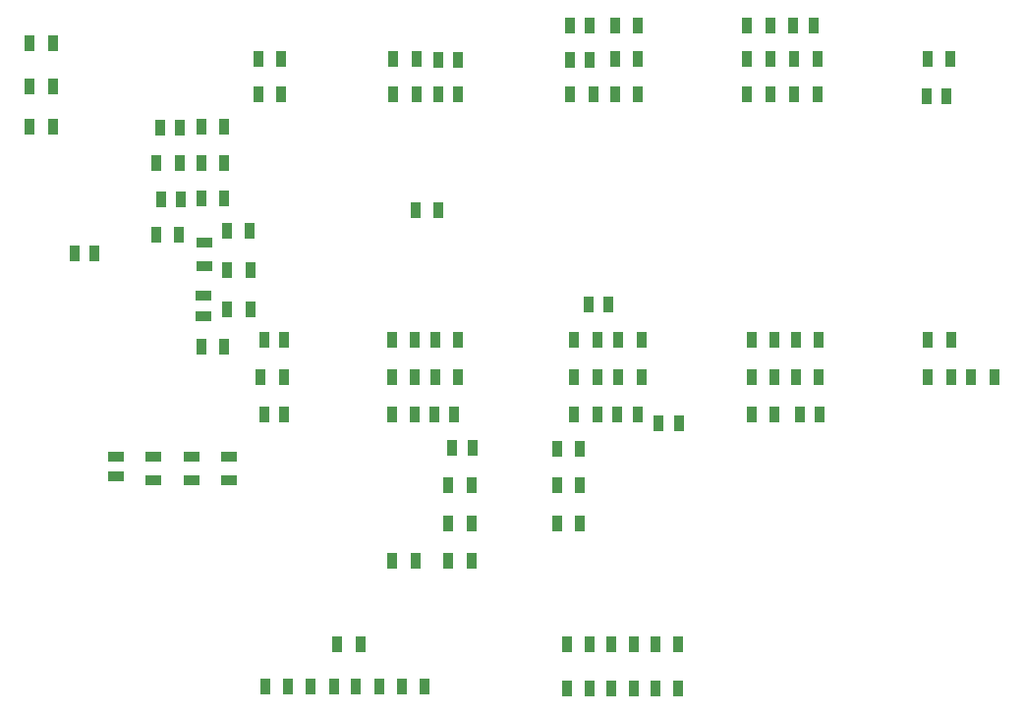
<source format=gbr>
%TF.GenerationSoftware,Altium Limited,Altium Designer,23.3.1 (30)*%
G04 Layer_Color=8421504*
%FSLAX26Y26*%
%MOIN*%
%TF.SameCoordinates,C47A0882-6911-4C93-B89A-A613C280F5D7*%
%TF.FilePolarity,Positive*%
%TF.FileFunction,Paste,Top*%
%TF.Part,Single*%
G01*
G75*
%TA.AperFunction,SMDPad,CuDef*%
%ADD10R,0.037402X0.057087*%
%ADD11R,0.032677X0.054724*%
%ADD12R,0.054724X0.032677*%
%ADD13R,0.057087X0.037402*%
D10*
X3225630Y1294818D02*
D03*
X3304370D02*
D03*
X1485370Y1042818D02*
D03*
X1406630D02*
D03*
X2079370Y261002D02*
D03*
X2000630D02*
D03*
X2300630D02*
D03*
X2379370D02*
D03*
X1221630D02*
D03*
X1300370D02*
D03*
X2300630Y113000D02*
D03*
X2379370D02*
D03*
X2229370Y111998D02*
D03*
X2150630D02*
D03*
X2000630D02*
D03*
X2079370D02*
D03*
X2045370Y926818D02*
D03*
X1966630D02*
D03*
X2104370Y1169000D02*
D03*
X2025630D02*
D03*
X2104370Y1042818D02*
D03*
X2025630D02*
D03*
X2104370Y1294818D02*
D03*
X2025630D02*
D03*
X2253370D02*
D03*
X2174630D02*
D03*
Y1169000D02*
D03*
X2253370D02*
D03*
X1440630Y119998D02*
D03*
X1519370D02*
D03*
X1488370Y545000D02*
D03*
X1409630D02*
D03*
X1599630D02*
D03*
X1678370D02*
D03*
X1599630Y673060D02*
D03*
X1678370D02*
D03*
Y801120D02*
D03*
X1599630D02*
D03*
X1553504Y1169000D02*
D03*
X1632244D02*
D03*
X1406630Y1294818D02*
D03*
X1485370D02*
D03*
X760630Y1272000D02*
D03*
X839370D02*
D03*
X1566370Y1735000D02*
D03*
X1487630D02*
D03*
X2012504Y2129182D02*
D03*
X2091244D02*
D03*
X1411630D02*
D03*
X1490370D02*
D03*
X1411630Y2248000D02*
D03*
X1490370D02*
D03*
X953630D02*
D03*
X1032370D02*
D03*
X953630Y2129182D02*
D03*
X1032370D02*
D03*
X2612630D02*
D03*
X2691370D02*
D03*
X3223504Y2248000D02*
D03*
X3302244D02*
D03*
X2691370D02*
D03*
X2612630D02*
D03*
X2242370Y2129182D02*
D03*
X2163630D02*
D03*
Y2248000D02*
D03*
X2242370D02*
D03*
X2163630Y2364000D02*
D03*
X2242370D02*
D03*
X2612630D02*
D03*
X2691370D02*
D03*
X2850244Y2129182D02*
D03*
X2771504D02*
D03*
X2850244Y2248000D02*
D03*
X2771504D02*
D03*
X686370Y1651000D02*
D03*
X607630D02*
D03*
X839370Y1774334D02*
D03*
X760630D02*
D03*
X839370Y1896000D02*
D03*
X760630D02*
D03*
X847630Y1664670D02*
D03*
X926370D02*
D03*
X961756Y1169000D02*
D03*
X1040496D02*
D03*
X3450370Y1170000D02*
D03*
X3371630D02*
D03*
X3304370D02*
D03*
X3225630D02*
D03*
X2229370Y261002D02*
D03*
X2150630D02*
D03*
X1285964Y119998D02*
D03*
X1364704D02*
D03*
X1406630Y1169000D02*
D03*
X1485370D02*
D03*
X760630Y2019000D02*
D03*
X839370D02*
D03*
X687496Y1897000D02*
D03*
X608756D02*
D03*
X1131296Y119998D02*
D03*
X1210036D02*
D03*
X976630D02*
D03*
X1055370D02*
D03*
X927370Y1531086D02*
D03*
X848630D02*
D03*
Y1397504D02*
D03*
X927370D02*
D03*
X179630Y2155000D02*
D03*
X258370D02*
D03*
Y2020002D02*
D03*
X179630D02*
D03*
X258370Y2303002D02*
D03*
X179630D02*
D03*
X2856244Y1294818D02*
D03*
X2777504D02*
D03*
X2706370Y1042818D02*
D03*
X2627630D02*
D03*
X2777504Y1170000D02*
D03*
X2856244D02*
D03*
X2627630Y1168818D02*
D03*
X2706370D02*
D03*
X2627630Y1294818D02*
D03*
X2706370D02*
D03*
X1632244D02*
D03*
X1553504D02*
D03*
X2045370Y801120D02*
D03*
X1966630D02*
D03*
Y673060D02*
D03*
X2045370D02*
D03*
D11*
X2313142Y1013000D02*
D03*
X2380858D02*
D03*
X2073268Y1416000D02*
D03*
X2140984D02*
D03*
X2239984Y1044000D02*
D03*
X2172268D02*
D03*
X1613016Y928000D02*
D03*
X1680732D02*
D03*
X1618858Y1044000D02*
D03*
X1551142D02*
D03*
X1631858Y2128000D02*
D03*
X1564142D02*
D03*
X2010142Y2362818D02*
D03*
X2077858D02*
D03*
Y2246818D02*
D03*
X2010142D02*
D03*
X1631858D02*
D03*
X1564142D02*
D03*
X2836858Y2362818D02*
D03*
X2769142D02*
D03*
X3221142Y2124000D02*
D03*
X3288858D02*
D03*
X330142Y1590000D02*
D03*
X397858D02*
D03*
X975142Y1296000D02*
D03*
X1042858D02*
D03*
X2790890Y1044000D02*
D03*
X2858606D02*
D03*
X622142Y2016880D02*
D03*
X689858D02*
D03*
X624142Y1771000D02*
D03*
X691858D02*
D03*
X1042858Y1044000D02*
D03*
X975142D02*
D03*
D12*
X769292Y1444858D02*
D03*
Y1377142D02*
D03*
X470000Y899732D02*
D03*
Y832016D02*
D03*
D13*
X770472Y1545630D02*
D03*
Y1624370D02*
D03*
X727060Y818630D02*
D03*
Y897370D02*
D03*
X599120Y818630D02*
D03*
Y897370D02*
D03*
X855000D02*
D03*
Y818630D02*
D03*
%TF.MD5,9dbc930527f0dcc0f378906aa18360d6*%
M02*

</source>
